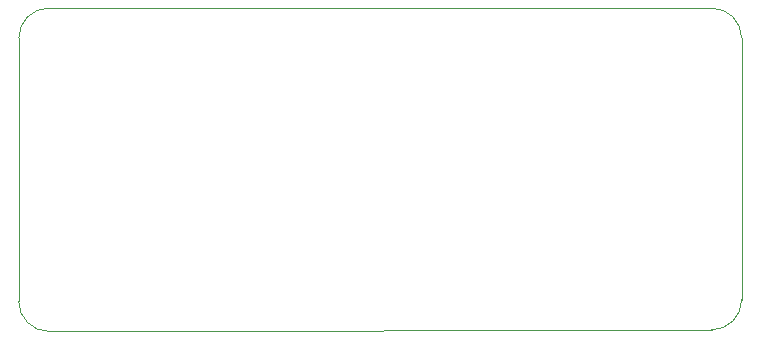
<source format=gbr>
%TF.GenerationSoftware,KiCad,Pcbnew,(6.0.7-1)-1*%
%TF.CreationDate,2023-09-21T22:33:58-04:00*%
%TF.ProjectId,EMHarpsichord_Stage1,454d4861-7270-4736-9963-686f72645f53,rev?*%
%TF.SameCoordinates,Original*%
%TF.FileFunction,Profile,NP*%
%FSLAX46Y46*%
G04 Gerber Fmt 4.6, Leading zero omitted, Abs format (unit mm)*
G04 Created by KiCad (PCBNEW (6.0.7-1)-1) date 2023-09-21 22:33:58*
%MOMM*%
%LPD*%
G01*
G04 APERTURE LIST*
%TA.AperFunction,Profile*%
%ADD10C,0.100000*%
%TD*%
G04 APERTURE END LIST*
D10*
X125222000Y-118173500D02*
G75*
G03*
X127762000Y-120713500I2540000J0D01*
G01*
X183896000Y-120586500D02*
X127762000Y-120713500D01*
X127762000Y-93345000D02*
X183896000Y-93345000D01*
X127762000Y-93345000D02*
G75*
G03*
X125222000Y-95885000I0J-2540000D01*
G01*
X186436000Y-95885000D02*
G75*
G03*
X183896000Y-93345000I-2540000J0D01*
G01*
X125222000Y-118173500D02*
X125222000Y-95885000D01*
X183896000Y-120586500D02*
G75*
G03*
X186436000Y-118046500I0J2540000D01*
G01*
X186436000Y-95885000D02*
X186436000Y-118046500D01*
M02*

</source>
